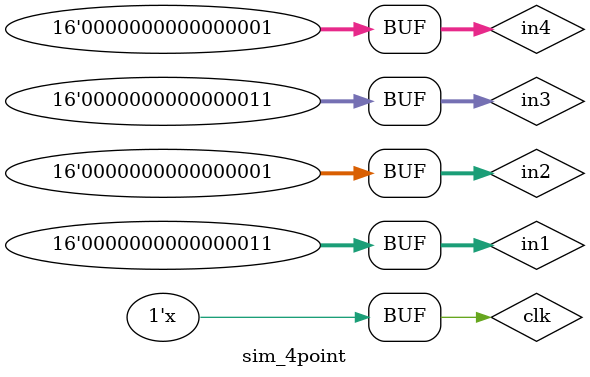
<source format=v>
`timescale 1ns / 1ps


module sim_4point;

reg clk;
reg [15:0] in1, in2, in3, in4;
wire [15:0] out1, out2r, out2i, out3, out4r, out4i;

Four_Point_FFT u1 (clk, in1, in2, in3, in4, out1, out2r, out2i, out3, out4r, out4i);

initial 
begin 
clk = 0;
in1 = 3;
in2 = 1;
in3 = 3;
in4 = 1;
end 

always #5 clk = ~clk;

endmodule

</source>
